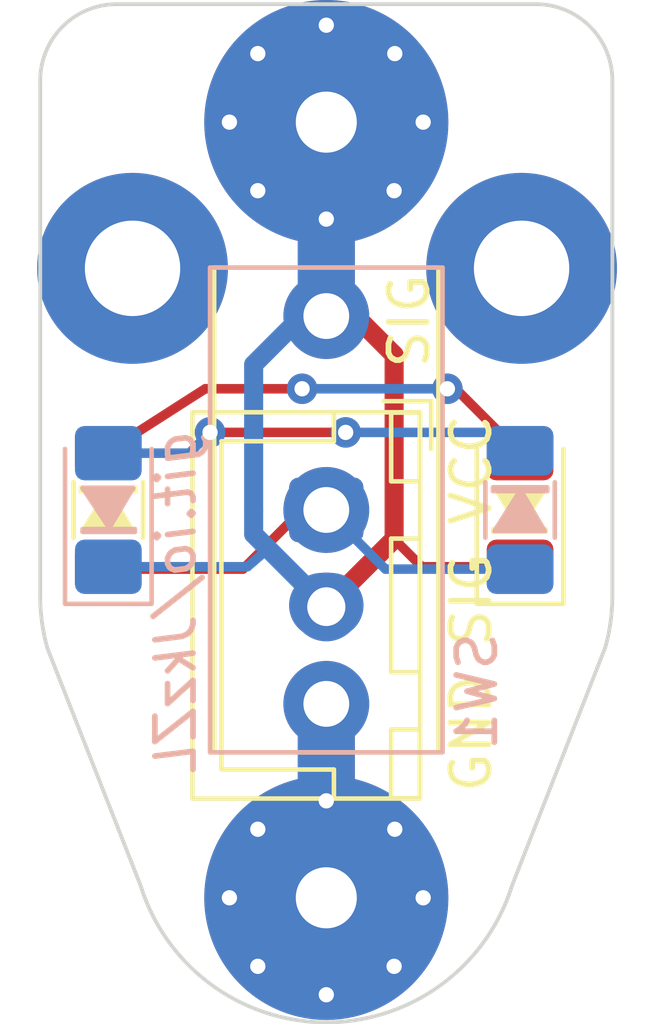
<source format=kicad_pcb>
(kicad_pcb (version 20171130) (host pcbnew "(5.1.7)-1")

  (general
    (thickness 1.6)
    (drawings 36)
    (tracks 66)
    (zones 0)
    (modules 12)
    (nets 6)
  )

  (page A4)
  (layers
    (0 F.Cu signal)
    (31 B.Cu signal)
    (32 B.Adhes user hide)
    (33 F.Adhes user hide)
    (34 B.Paste user)
    (35 F.Paste user hide)
    (36 B.SilkS user)
    (37 F.SilkS user)
    (38 B.Mask user)
    (39 F.Mask user hide)
    (40 Dwgs.User user hide)
    (41 Cmts.User user hide)
    (42 Eco1.User user)
    (43 Eco2.User user)
    (44 Edge.Cuts user)
    (45 Margin user)
    (46 B.CrtYd user)
    (47 F.CrtYd user)
    (48 B.Fab user hide)
    (49 F.Fab user hide)
  )

  (setup
    (last_trace_width 0.25)
    (user_trace_width 0.5)
    (user_trace_width 0.75)
    (user_trace_width 1.5)
    (trace_clearance 0.2)
    (zone_clearance 0.508)
    (zone_45_only no)
    (trace_min 0.2)
    (via_size 0.8)
    (via_drill 0.4)
    (via_min_size 0.4)
    (via_min_drill 0.3)
    (uvia_size 0.3)
    (uvia_drill 0.1)
    (uvias_allowed no)
    (uvia_min_size 0.2)
    (uvia_min_drill 0.1)
    (edge_width 0.05)
    (segment_width 0.2)
    (pcb_text_width 0.3)
    (pcb_text_size 1.5 1.5)
    (mod_edge_width 0.12)
    (mod_text_size 1 1)
    (mod_text_width 0.15)
    (pad_size 5 5)
    (pad_drill 2.5)
    (pad_to_mask_clearance 0)
    (aux_axis_origin 0 0)
    (visible_elements 7EFFEFFF)
    (pcbplotparams
      (layerselection 0x3ffff_ffffffff)
      (usegerberextensions false)
      (usegerberattributes true)
      (usegerberadvancedattributes true)
      (creategerberjobfile true)
      (excludeedgelayer true)
      (linewidth 0.100000)
      (plotframeref false)
      (viasonmask false)
      (mode 1)
      (useauxorigin false)
      (hpglpennumber 1)
      (hpglpenspeed 20)
      (hpglpendiameter 15.000000)
      (psnegative false)
      (psa4output false)
      (plotreference true)
      (plotvalue true)
      (plotinvisibletext false)
      (padsonsilk false)
      (subtractmaskfromsilk false)
      (outputformat 1)
      (mirror false)
      (drillshape 0)
      (scaleselection 1)
      (outputdirectory "gerbers/"))
  )

  (net 0 "")
  (net 1 VCC)
  (net 2 GND)
  (net 3 SIGNAL)
  (net 4 "Net-(D1-Pad2)")
  (net 5 "Net-(D2-Pad2)")

  (net_class Default "This is the default net class."
    (clearance 0.2)
    (trace_width 0.25)
    (via_dia 0.8)
    (via_drill 0.4)
    (uvia_dia 0.3)
    (uvia_drill 0.1)
    (add_net GND)
    (add_net "Net-(D1-Pad2)")
    (add_net "Net-(D2-Pad2)")
    (add_net SIGNAL)
    (add_net VCC)
  )

  (module MountingHole:MountingHole_3.2mm_M3 (layer F.Cu) (tedit 5FC86175) (tstamp 5FBAB277)
    (at -5.08 -6.33)
    (descr "Mounting Hole 3.2mm, no annular, M3")
    (tags "mounting hole 3.2mm no annular m3")
    (attr virtual)
    (fp_text reference M31 (at 0 -4.2) (layer F.SilkS) hide
      (effects (font (size 1 1) (thickness 0.15)))
    )
    (fp_text value MountingHole_3.2mm_M3 (at 0 4.2) (layer F.Fab)
      (effects (font (size 1 1) (thickness 0.15)))
    )
    (fp_circle (center 0 0) (end 3.45 0) (layer F.CrtYd) (width 0.05))
    (fp_circle (center 0 0) (end 3.2 0) (layer Cmts.User) (width 0.15))
    (fp_text user %R (at 0.3 0) (layer F.Fab)
      (effects (font (size 1 1) (thickness 0.15)))
    )
    (pad "" np_thru_hole circle (at 0 0) (size 5 5) (drill 2.5) (layers *.Cu *.Mask))
  )

  (module mag-probe:D2F (layer F.Cu) (tedit 5FB88D0E) (tstamp 5FB7841C)
    (at 0 0 270)
    (path /5FC5A30B)
    (fp_text reference SW1 (at 4.75 -3.95 270) (layer B.SilkS)
      (effects (font (size 1 1) (thickness 0.15)) (justify mirror))
    )
    (fp_text value SW_Push_Open (at -2.54 -1.27 270) (layer F.Fab)
      (effects (font (size 1 1) (thickness 0.15)))
    )
    (fp_line (start -6.35 -2.94) (end -6.35 2.94) (layer F.SilkS) (width 0.12))
    (fp_line (start -6.35 2.94) (end 6.35 2.94) (layer F.SilkS) (width 0.12))
    (fp_line (start 6.35 2.94) (end 6.35 -2.94) (layer F.SilkS) (width 0.12))
    (fp_line (start 6.35 -2.94) (end -6.35 -2.94) (layer F.SilkS) (width 0.12))
    (pad 4 thru_hole circle (at 2.54 0 270) (size 1.8 1.8) (drill 1) (layers *.Cu *.Mask)
      (net 3 SIGNAL))
    (pad 3 thru_hole circle (at 0 0 270) (size 2.25 2.25) (drill 1.2) (layers *.Cu *.Mask)
      (net 1 VCC))
    (pad 2 thru_hole circle (at -5.08 0 270) (size 2.25 2.25) (drill 1.2) (layers *.Cu *.Mask)
      (net 3 SIGNAL))
    (pad 1 thru_hole circle (at 5.08 0 270) (size 2.25 2.25) (drill 1.2) (layers *.Cu *.Mask)
      (net 2 GND))
    (model F:/git/mag-probe/D2F_F_STEP/D2F_F.step
      (offset (xyz 3.24 0 -3.24))
      (scale (xyz 1 1 1))
      (rotate (xyz 90 0 0))
    )
  )

  (module mag-probe:JST-XH (layer F.Cu) (tedit 5FB868AA) (tstamp 5FBB11C0)
    (at 0 0 270)
    (fp_text reference REF** (at 3.81 10.414 90) (layer F.SilkS) hide
      (effects (font (size 1 1) (thickness 0.15)))
    )
    (fp_text value JST-XH (at 2.275 -3.775 90) (layer F.Fab)
      (effects (font (size 1 1) (thickness 0.15)))
    )
    (fp_line (start 7.95 3.9) (end 7.95 -2.85) (layer F.CrtYd) (width 0.05))
    (fp_line (start 0.75 -2.45) (end 0.75 -1.7) (layer F.SilkS) (width 0.12))
    (fp_line (start 0 -1.35) (end 0.625 -2.35) (layer F.Fab) (width 0.1))
    (fp_line (start -2.56 3.51) (end 7.56 3.51) (layer F.SilkS) (width 0.12))
    (fp_line (start -2.95 3.9) (end 7.95 3.9) (layer F.CrtYd) (width 0.05))
    (fp_line (start -2.45 -2.35) (end -2.45 3.4) (layer F.Fab) (width 0.1))
    (fp_line (start -0.625 -2.35) (end 0 -1.35) (layer F.Fab) (width 0.1))
    (fp_line (start 7.95 -2.85) (end -2.95 -2.85) (layer F.CrtYd) (width 0.05))
    (fp_line (start 7.56 3.51) (end 7.56 -2.46) (layer F.SilkS) (width 0.12))
    (fp_line (start -2.95 -2.85) (end -2.95 3.9) (layer F.CrtYd) (width 0.05))
    (fp_line (start 7.45 3.4) (end 7.45 -2.35) (layer F.Fab) (width 0.1))
    (fp_line (start -2.56 -2.46) (end -2.56 3.51) (layer F.SilkS) (width 0.12))
    (fp_line (start -2.45 3.4) (end 7.45 3.4) (layer F.Fab) (width 0.1))
    (fp_line (start 7.56 -2.46) (end -2.56 -2.46) (layer F.SilkS) (width 0.12))
    (fp_line (start 7.45 -2.35) (end -2.45 -2.35) (layer F.Fab) (width 0.1))
    (fp_line (start 4.25 -2.45) (end 0.75 -2.45) (layer F.SilkS) (width 0.12))
    (fp_line (start -2.55 -2.45) (end -2.55 -1.7) (layer F.SilkS) (width 0.12))
    (fp_line (start -2.55 -1.7) (end -0.75 -1.7) (layer F.SilkS) (width 0.12))
    (fp_line (start -0.75 -2.45) (end -2.55 -2.45) (layer F.SilkS) (width 0.12))
    (fp_line (start 7.55 -2.45) (end 5.75 -2.45) (layer F.SilkS) (width 0.12))
    (fp_line (start -2.55 -0.2) (end -1.8 -0.2) (layer F.SilkS) (width 0.12))
    (fp_line (start -1.8 -0.2) (end -1.8 2.75) (layer F.SilkS) (width 0.12))
    (fp_line (start 2.5 2.75) (end -1.725 2.75) (layer F.SilkS) (width 0.12))
    (fp_line (start 6.8 -0.2) (end 6.8 2.75) (layer F.SilkS) (width 0.12))
    (fp_line (start 6.8 2.75) (end 2.5 2.75) (layer F.SilkS) (width 0.12))
    (fp_line (start -1.6 -2.75) (end -2.85 -2.75) (layer F.SilkS) (width 0.12))
    (fp_line (start -2.85 -2.75) (end -2.85 -1.5) (layer F.SilkS) (width 0.12))
    (fp_line (start 0.75 -1.7) (end 4.25 -1.7) (layer F.SilkS) (width 0.12))
    (fp_line (start -0.75 -1.7) (end -0.75 -2.45) (layer F.SilkS) (width 0.12))
    (fp_line (start 4.25 -1.7) (end 4.25 -2.45) (layer F.SilkS) (width 0.12))
    (fp_line (start 5.75 -2.45) (end 5.75 -1.7) (layer F.SilkS) (width 0.12))
    (fp_line (start 5.75 -1.7) (end 7.55 -1.7) (layer F.SilkS) (width 0.12))
    (fp_line (start 7.55 -1.7) (end 7.55 -2.45) (layer F.SilkS) (width 0.12))
    (fp_line (start 7.55 -0.2) (end 6.8 -0.2) (layer F.SilkS) (width 0.12))
    (pad 3 thru_hole oval (at 5 0 270) (size 1.7 1.95) (drill 0.95) (layers *.Cu *.Mask)
      (net 2 GND))
    (pad 1 thru_hole roundrect (at 0 0 270) (size 1.7 1.95) (drill 0.95) (layers *.Cu *.Mask) (roundrect_rratio 0.1470588235294118))
    (pad 2 thru_hole oval (at 2.5 0 270) (size 1.7 1.95) (drill 0.95) (layers *.Cu *.Mask)
      (net 3 SIGNAL))
    (model F:/git/PROBE-BOARD/CAD/JST-B3B-XH-A.step
      (offset (xyz 2.5 -0.5 0))
      (scale (xyz 1 1 1))
      (rotate (xyz 0 0 0))
    )
  )

  (module mag-probe:LED_1206_3216Metric_Pad1.42x1.75mm_HandSolder (layer B.Cu) (tedit 5FBCB3F2) (tstamp 5FB86127)
    (at -5.715 0 90)
    (descr "LED SMD 1206 (3216 Metric), square (rectangular) end terminal, IPC_7351 nominal, (Body size source: http://www.tortai-tech.com/upload/download/2011102023233369053.pdf), generated with kicad-footprint-generator")
    (tags "LED handsolder")
    (path /5FBB7662)
    (attr smd)
    (fp_text reference D2 (at -0.6715 1.905 90) (layer B.SilkS) hide
      (effects (font (size 1 1) (thickness 0.15)) (justify mirror))
    )
    (fp_text value LED_Small (at 0 -1.65 90) (layer B.Fab)
      (effects (font (size 1 1) (thickness 0.15)) (justify mirror))
    )
    (fp_line (start -0.575 0.7) (end -0.575 -0.675) (layer B.SilkS) (width 0.12))
    (fp_poly (pts (xy 0.575 0.4) (xy 0.575 -0.675) (xy -0.425 0.05) (xy 0.575 0.625)) (layer B.SilkS) (width 0.1))
    (fp_line (start -0.5 0.7) (end -0.5 -0.675) (layer B.SilkS) (width 0.12))
    (fp_line (start -0.475 0.025) (end 0.575 0.65) (layer B.SilkS) (width 0.12))
    (fp_line (start 0.575 -0.675) (end -0.475 0.025) (layer B.SilkS) (width 0.12))
    (fp_line (start 0.575 -0.65) (end 0.575 -0.675) (layer B.SilkS) (width 0.12))
    (fp_line (start 0.575 0.65) (end 0.575 -0.65) (layer B.SilkS) (width 0.12))
    (fp_line (start 1.6 0.8) (end -1.2 0.8) (layer B.Fab) (width 0.1))
    (fp_line (start -1.2 0.8) (end -1.6 0.4) (layer B.Fab) (width 0.1))
    (fp_line (start -1.6 0.4) (end -1.6 -0.8) (layer B.Fab) (width 0.1))
    (fp_line (start -1.6 -0.8) (end 1.6 -0.8) (layer B.Fab) (width 0.1))
    (fp_line (start 1.6 -0.8) (end 1.6 0.8) (layer B.Fab) (width 0.1))
    (fp_line (start 1.6 1.135) (end -2.46 1.135) (layer B.SilkS) (width 0.12))
    (fp_line (start -2.46 1.135) (end -2.46 -1.135) (layer B.SilkS) (width 0.12))
    (fp_line (start -2.46 -1.135) (end 1.6 -1.135) (layer B.SilkS) (width 0.12))
    (fp_line (start -2.45 -1.12) (end -2.45 1.12) (layer B.CrtYd) (width 0.05))
    (fp_line (start -2.45 1.12) (end 2.45 1.12) (layer B.CrtYd) (width 0.05))
    (fp_line (start 2.45 1.12) (end 2.45 -1.12) (layer B.CrtYd) (width 0.05))
    (fp_line (start 2.45 -1.12) (end -2.45 -1.12) (layer B.CrtYd) (width 0.05))
    (fp_text user %R (at 0 0 90) (layer B.Fab)
      (effects (font (size 0.5 0.5) (thickness 0.08)) (justify mirror))
    )
    (pad 2 smd roundrect (at 1.4875 0 90) (size 1.425 1.75) (layers B.Cu B.Paste B.Mask) (roundrect_rratio 0.1754385964912281)
      (net 5 "Net-(D2-Pad2)"))
    (pad 1 smd roundrect (at -1.4875 0 90) (size 1.425 1.75) (layers B.Cu B.Paste B.Mask) (roundrect_rratio 0.1754385964912281)
      (net 3 SIGNAL))
    (model ${KISYS3DMOD}/LED_SMD.3dshapes/LED_1206_3216Metric.wrl
      (at (xyz 0 0 0))
      (scale (xyz 1 1 1))
      (rotate (xyz 0 0 0))
    )
  )

  (module mag-probe:LED_1206_3216Metric_Pad1.42x1.75mm_HandSolder (layer F.Cu) (tedit 5FBCB3F2) (tstamp 5FB860F1)
    (at 5.08 0 90)
    (descr "LED SMD 1206 (3216 Metric), square (rectangular) end terminal, IPC_7351 nominal, (Body size source: http://www.tortai-tech.com/upload/download/2011102023233369053.pdf), generated with kicad-footprint-generator")
    (tags "LED handsolder")
    (path /5FC4D33F)
    (attr smd)
    (fp_text reference D1 (at -3.2755 0.0595) (layer F.SilkS) hide
      (effects (font (size 1 1) (thickness 0.15)))
    )
    (fp_text value LED_Small (at 0 1.65 90) (layer F.Fab)
      (effects (font (size 1 1) (thickness 0.15)))
    )
    (fp_line (start -0.575 -0.7) (end -0.575 0.675) (layer F.SilkS) (width 0.12))
    (fp_poly (pts (xy 0.575 -0.4) (xy 0.575 0.675) (xy -0.425 -0.05) (xy 0.575 -0.625)) (layer F.SilkS) (width 0.1))
    (fp_line (start -0.5 -0.7) (end -0.5 0.675) (layer F.SilkS) (width 0.12))
    (fp_line (start -0.475 -0.025) (end 0.575 -0.65) (layer F.SilkS) (width 0.12))
    (fp_line (start 0.575 0.675) (end -0.475 -0.025) (layer F.SilkS) (width 0.12))
    (fp_line (start 0.575 0.65) (end 0.575 0.675) (layer F.SilkS) (width 0.12))
    (fp_line (start 0.575 -0.65) (end 0.575 0.65) (layer F.SilkS) (width 0.12))
    (fp_line (start 1.6 -0.8) (end -1.2 -0.8) (layer F.Fab) (width 0.1))
    (fp_line (start -1.2 -0.8) (end -1.6 -0.4) (layer F.Fab) (width 0.1))
    (fp_line (start -1.6 -0.4) (end -1.6 0.8) (layer F.Fab) (width 0.1))
    (fp_line (start -1.6 0.8) (end 1.6 0.8) (layer F.Fab) (width 0.1))
    (fp_line (start 1.6 0.8) (end 1.6 -0.8) (layer F.Fab) (width 0.1))
    (fp_line (start 1.6 -1.135) (end -2.46 -1.135) (layer F.SilkS) (width 0.12))
    (fp_line (start -2.46 -1.135) (end -2.46 1.135) (layer F.SilkS) (width 0.12))
    (fp_line (start -2.46 1.135) (end 1.6 1.135) (layer F.SilkS) (width 0.12))
    (fp_line (start -2.45 1.12) (end -2.45 -1.12) (layer F.CrtYd) (width 0.05))
    (fp_line (start -2.45 -1.12) (end 2.45 -1.12) (layer F.CrtYd) (width 0.05))
    (fp_line (start 2.45 -1.12) (end 2.45 1.12) (layer F.CrtYd) (width 0.05))
    (fp_line (start 2.45 1.12) (end -2.45 1.12) (layer F.CrtYd) (width 0.05))
    (fp_text user %R (at 0 0 90) (layer F.Fab)
      (effects (font (size 0.5 0.5) (thickness 0.08)))
    )
    (pad 2 smd roundrect (at 1.4875 0 90) (size 1.425 1.75) (layers F.Cu F.Paste F.Mask) (roundrect_rratio 0.1754385964912281)
      (net 4 "Net-(D1-Pad2)"))
    (pad 1 smd roundrect (at -1.4875 0 90) (size 1.425 1.75) (layers F.Cu F.Paste F.Mask) (roundrect_rratio 0.1754385964912281)
      (net 3 SIGNAL))
    (model ${KISYS3DMOD}/LED_SMD.3dshapes/LED_1206_3216Metric.wrl
      (at (xyz 0 0 0))
      (scale (xyz 1 1 1))
      (rotate (xyz 0 0 0))
    )
  )

  (module mag-probe:M3Heatsrt (layer F.Cu) (tedit 5FBAB47A) (tstamp 5FBB10C4)
    (at -5.08 -6.33)
    (fp_text reference MeHtSrt1 (at 9.95 0.05) (layer Dwgs.User) hide
      (effects (font (size 1 1) (thickness 0.15)))
    )
    (fp_text value M3Heatsrt (at 0 -2.55) (layer F.Fab)
      (effects (font (size 1 1) (thickness 0.15)))
    )
    (fp_circle (center 0 0) (end 1.6 0) (layer Dwgs.User) (width 0.05))
    (model "F:/git/PROBE-BOARD/CAD/94459A130_BRASS HEAT-SET INSERT FOR PLASTIC.STEP"
      (offset (xyz 0 0 4.25))
      (scale (xyz 1 1 1))
      (rotate (xyz 90 0 0))
    )
    (model "F:/git/PROBE-BOARD/CAD/97763A811_BLACK-OXIDE 18-8 SS BUTTON-HEAD CAP SCREW.STEP"
      (offset (xyz 0 0 -3.5))
      (scale (xyz 1 1 1))
      (rotate (xyz 180 0 0))
    )
  )

  (module mag-probe:M3Heatsrt (layer F.Cu) (tedit 5FBAB47A) (tstamp 5FBB10AF)
    (at 5.08 -6.33)
    (fp_text reference ME2 (at 0.05 0.1) (layer Dwgs.User) hide
      (effects (font (size 1 1) (thickness 0.15)))
    )
    (fp_text value M3Heatsrt (at 0 -2.55) (layer F.Fab)
      (effects (font (size 1 1) (thickness 0.15)))
    )
    (fp_circle (center 0 0) (end 1.6 0) (layer Dwgs.User) (width 0.05))
    (model "F:/git/PROBE-BOARD/CAD/94459A130_BRASS HEAT-SET INSERT FOR PLASTIC.STEP"
      (offset (xyz 0 0 4.25))
      (scale (xyz 1 1 1))
      (rotate (xyz 90 0 0))
    )
    (model "F:/git/PROBE-BOARD/CAD/97763A811_BLACK-OXIDE 18-8 SS BUTTON-HEAD CAP SCREW.STEP"
      (offset (xyz 0 0 -3.5))
      (scale (xyz 1 1 1))
      (rotate (xyz 180 0 0))
    )
  )

  (module Resistor_SMD:R_1206_3216Metric_Pad1.30x1.75mm_HandSolder (layer F.Cu) (tedit 5F68FEEE) (tstamp 5FB8615B)
    (at -5.715 0 90)
    (descr "Resistor SMD 1206 (3216 Metric), square (rectangular) end terminal, IPC_7351 nominal with elongated pad for handsoldering. (Body size source: IPC-SM-782 page 72, https://www.pcb-3d.com/wordpress/wp-content/uploads/ipc-sm-782a_amendment_1_and_2.pdf), generated with kicad-footprint-generator")
    (tags "resistor handsolder")
    (path /5FC4D339)
    (attr smd)
    (fp_text reference R1 (at -0.325 1.916 270) (layer F.SilkS) hide
      (effects (font (size 1 1) (thickness 0.15)))
    )
    (fp_text value 1k (at 0 1.82 90) (layer F.Fab)
      (effects (font (size 1 1) (thickness 0.15)))
    )
    (fp_line (start -1.6 0.8) (end -1.6 -0.8) (layer F.Fab) (width 0.1))
    (fp_line (start -1.6 -0.8) (end 1.6 -0.8) (layer F.Fab) (width 0.1))
    (fp_line (start 1.6 -0.8) (end 1.6 0.8) (layer F.Fab) (width 0.1))
    (fp_line (start 1.6 0.8) (end -1.6 0.8) (layer F.Fab) (width 0.1))
    (fp_line (start -0.727064 -0.91) (end 0.727064 -0.91) (layer F.SilkS) (width 0.12))
    (fp_line (start -0.727064 0.91) (end 0.727064 0.91) (layer F.SilkS) (width 0.12))
    (fp_line (start -2.45 1.12) (end -2.45 -1.12) (layer F.CrtYd) (width 0.05))
    (fp_line (start -2.45 -1.12) (end 2.45 -1.12) (layer F.CrtYd) (width 0.05))
    (fp_line (start 2.45 -1.12) (end 2.45 1.12) (layer F.CrtYd) (width 0.05))
    (fp_line (start 2.45 1.12) (end -2.45 1.12) (layer F.CrtYd) (width 0.05))
    (fp_text user %R (at 0 0 90) (layer F.Fab)
      (effects (font (size 0.8 0.8) (thickness 0.12)))
    )
    (pad 2 smd roundrect (at 1.55 0 90) (size 1.3 1.75) (layers F.Cu F.Paste F.Mask) (roundrect_rratio 0.1923069230769231)
      (net 4 "Net-(D1-Pad2)"))
    (pad 1 smd roundrect (at -1.55 0 90) (size 1.3 1.75) (layers F.Cu F.Paste F.Mask) (roundrect_rratio 0.1923069230769231)
      (net 1 VCC))
    (model ${KISYS3DMOD}/Resistor_SMD.3dshapes/R_1206_3216Metric.wrl
      (at (xyz 0 0 0))
      (scale (xyz 1 1 1))
      (rotate (xyz 0 0 0))
    )
  )

  (module Resistor_SMD:R_1206_3216Metric_Pad1.30x1.75mm_HandSolder (layer B.Cu) (tedit 5F68FEEE) (tstamp 5FB860BF)
    (at 5.08 0 90)
    (descr "Resistor SMD 1206 (3216 Metric), square (rectangular) end terminal, IPC_7351 nominal with elongated pad for handsoldering. (Body size source: IPC-SM-782 page 72, https://www.pcb-3d.com/wordpress/wp-content/uploads/ipc-sm-782a_amendment_1_and_2.pdf), generated with kicad-footprint-generator")
    (tags "resistor handsolder")
    (path /5FBB765C)
    (attr smd)
    (fp_text reference R2 (at -0.534 -1.905 90) (layer B.SilkS) hide
      (effects (font (size 1 1) (thickness 0.15)) (justify mirror))
    )
    (fp_text value 1k (at 0 -1.43 90) (layer B.Fab)
      (effects (font (size 1 1) (thickness 0.15)) (justify mirror))
    )
    (fp_line (start -1.6 -0.8) (end -1.6 0.8) (layer B.Fab) (width 0.1))
    (fp_line (start -1.6 0.8) (end 1.6 0.8) (layer B.Fab) (width 0.1))
    (fp_line (start 1.6 0.8) (end 1.6 -0.8) (layer B.Fab) (width 0.1))
    (fp_line (start 1.6 -0.8) (end -1.6 -0.8) (layer B.Fab) (width 0.1))
    (fp_line (start -0.727064 0.91) (end 0.727064 0.91) (layer B.SilkS) (width 0.12))
    (fp_line (start -0.727064 -0.91) (end 0.727064 -0.91) (layer B.SilkS) (width 0.12))
    (fp_line (start -2.45 -1.12) (end -2.45 1.12) (layer B.CrtYd) (width 0.05))
    (fp_line (start -2.45 1.12) (end 2.45 1.12) (layer B.CrtYd) (width 0.05))
    (fp_line (start 2.45 1.12) (end 2.45 -1.12) (layer B.CrtYd) (width 0.05))
    (fp_line (start 2.45 -1.12) (end -2.45 -1.12) (layer B.CrtYd) (width 0.05))
    (fp_text user %R (at 0 0 90) (layer B.Fab)
      (effects (font (size 0.4 0.4) (thickness 0.06)) (justify mirror))
    )
    (pad 2 smd roundrect (at 1.55 0 90) (size 1.3 1.75) (layers B.Cu B.Paste B.Mask) (roundrect_rratio 0.1923069230769231)
      (net 5 "Net-(D2-Pad2)"))
    (pad 1 smd roundrect (at -1.55 0 90) (size 1.3 1.75) (layers B.Cu B.Paste B.Mask) (roundrect_rratio 0.1923069230769231)
      (net 1 VCC))
    (model ${KISYS3DMOD}/Resistor_SMD.3dshapes/R_1206_3216Metric.wrl
      (at (xyz 0 0 0))
      (scale (xyz 1 1 1))
      (rotate (xyz 0 0 0))
    )
  )

  (module MountingHole:MountingHole_3.2mm_M3 (layer F.Cu) (tedit 5FC8616B) (tstamp 5FB8CA4C)
    (at 5.08 -6.33)
    (descr "Mounting Hole 3.2mm, no annular, M3")
    (tags "mounting hole 3.2mm no annular m3")
    (attr virtual)
    (fp_text reference REF** (at 0 -4.2) (layer F.SilkS) hide
      (effects (font (size 1 1) (thickness 0.15)))
    )
    (fp_text value MountingHole_3.2mm_M3 (at 0 4.2) (layer F.Fab)
      (effects (font (size 1 1) (thickness 0.15)))
    )
    (fp_circle (center 0 0) (end 3.45 0) (layer F.CrtYd) (width 0.05))
    (fp_circle (center 0 0) (end 3.2 0) (layer Cmts.User) (width 0.15))
    (fp_text user %R (at 0.3 0) (layer F.Fab)
      (effects (font (size 1 1) (thickness 0.15)))
    )
    (pad "" np_thru_hole circle (at 0.04 0) (size 5 5) (drill 2.5) (layers *.Cu *.Mask))
  )

  (module mag-probe:MagPad (layer F.Cu) (tedit 5FBD717D) (tstamp 5FB7716B)
    (at 0 10.16)
    (path /5FB9D8C4)
    (fp_text reference MAG2 (at 3.81 -0.635 90) (layer F.SilkS) hide
      (effects (font (size 1 1) (thickness 0.15)))
    )
    (fp_text value Conn_01x01 (at 0 -0.5) (layer F.Fab)
      (effects (font (size 1 1) (thickness 0.15)))
    )
    (pad 1 thru_hole circle (at 0 0) (size 6.4 6.4) (drill 1.6) (layers *.Cu *.Mask)
      (net 2 GND))
    (model F:/git/mag-probe/mag.pretty.stp
      (at (xyz 0 0 0))
      (scale (xyz 1 1 1))
      (rotate (xyz 0 0 0))
    )
  )

  (module mag-probe:MagPad (layer F.Cu) (tedit 5FBD7165) (tstamp 5FB8D866)
    (at 0 -10.16)
    (path /5FB9D22E)
    (fp_text reference MAG1 (at 4.064 -1.905 90) (layer F.SilkS) hide
      (effects (font (size 1 1) (thickness 0.15)))
    )
    (fp_text value Conn_01x01 (at 0 -0.5) (layer F.Fab)
      (effects (font (size 1 1) (thickness 0.15)))
    )
    (pad 1 thru_hole circle (at 0 0) (size 6.4 6.4) (drill 1.6) (layers *.Cu *.Mask)
      (net 3 SIGNAL))
    (model F:/git/mag-probe/mag.pretty.stp
      (at (xyz 0 0 0))
      (scale (xyz 1 1 1))
      (rotate (xyz 0 0 0))
    )
  )

  (gr_line (start 2.54 -7.62) (end 2.54 -12.7) (layer Dwgs.User) (width 0.15) (tstamp 5FBDC67A))
  (gr_line (start -2.54 -12.7) (end 2.54 -7.62) (layer Dwgs.User) (width 0.15))
  (gr_line (start -2.54 -7.62) (end -2.54 -12.7) (layer Dwgs.User) (width 0.15))
  (gr_line (start 2.54 -12.7) (end -2.54 -7.62) (layer Dwgs.User) (width 0.15))
  (gr_circle (center 0 -10.16) (end 2.54 -10.16) (layer Dwgs.User) (width 0.15))
  (gr_line (start -6.435 -0.49) (end -6.435 -0.59) (layer F.SilkS) (width 0.12) (tstamp 5FBD90A3))
  (gr_line (start -5.01 -0.49) (end -6.435 -0.49) (layer F.SilkS) (width 0.12) (tstamp 5FBD90A2))
  (gr_poly (pts (xy -5.06 0.56) (xy -6.41 0.56) (xy -5.71 -0.54)) (layer F.SilkS) (width 0.1) (tstamp 5FBD90A1))
  (gr_line (start -6.435 -0.59) (end -5.01 -0.59) (layer F.SilkS) (width 0.12) (tstamp 5FBD90A0))
  (gr_line (start -5.01 -0.59) (end -5.01 -0.49) (layer F.SilkS) (width 0.12) (tstamp 5FBD909F))
  (gr_poly (pts (xy 5.743 0.556) (xy 4.393 0.556) (xy 5.093 -0.544)) (layer B.SilkS) (width 0.1))
  (gr_line (start 4.368 -0.494) (end 4.368 -0.594) (layer B.SilkS) (width 0.12) (tstamp 5FBD905C))
  (gr_line (start 5.793 -0.494) (end 4.368 -0.494) (layer B.SilkS) (width 0.12))
  (gr_line (start 5.793 -0.594) (end 5.793 -0.494) (layer B.SilkS) (width 0.12))
  (gr_line (start 4.368 -0.594) (end 5.793 -0.594) (layer B.SilkS) (width 0.12))
  (gr_line (start 7.5 2.248852) (end 7.5 -11.250399) (layer Edge.Cuts) (width 0.1))
  (gr_line (start -2.93 6.34) (end -2.92 -6.37) (layer B.CrtYd) (width 0.05))
  (gr_line (start 2.94 6.34) (end -2.93 6.34) (layer B.CrtYd) (width 0.05))
  (gr_line (start 2.94 -6.34) (end 2.94 6.34) (layer B.CrtYd) (width 0.05))
  (gr_line (start -2.94 -6.37) (end 2.94 -6.34) (layer B.CrtYd) (width 0.05))
  (gr_arc (start 2.499999 2.248852) (end 7.312157 3.606476) (angle -15.75501346) (layer Edge.Cuts) (width 0.1))
  (gr_arc (start -5.499999 -11.250399) (end -5.499999 -13.250399) (angle -90) (layer Edge.Cuts) (width 0.1))
  (gr_arc (start -2.490343 2.261877) (end -7.5 2.248852) (angle -15.90398022) (layer Edge.Cuts) (width 0.1) (tstamp 5FB860A4))
  (gr_line (start -7.5 2.248852) (end -7.499999 -11.250399) (layer Edge.Cuts) (width 0.1))
  (gr_arc (start 5.5 -11.250399) (end 7.5 -11.250399) (angle -90) (layer Edge.Cuts) (width 0.1))
  (gr_line (start 5.5 -13.250399) (end -5.499999 -13.250399) (layer Edge.Cuts) (width 0.1))
  (gr_line (start 7.312157 3.606476) (end 4.86569 9.850488) (layer Edge.Cuts) (width 0.1))
  (gr_line (start -7.311811 3.622127) (end -4.86569 9.850487) (layer Edge.Cuts) (width 0.1))
  (gr_arc (start 0 8.3224) (end -4.86569 9.850487) (angle -145.1298326) (layer Edge.Cuts) (width 0.1))
  (gr_text git.io/JkzZL (at -3.95 2.4 90) (layer B.SilkS)
    (effects (font (size 1 1) (thickness 0.15) italic) (justify mirror))
  )
  (gr_text SIG (at 2.175 -4.95 90) (layer F.SilkS)
    (effects (font (size 1 1) (thickness 0.15)))
  )
  (gr_text "GND SIG VCC" (at 3.8 2.45 90) (layer F.SilkS)
    (effects (font (size 1 1) (thickness 0.15)))
  )
  (gr_line (start -3.048 6.35) (end -3.048 -6.35) (layer B.SilkS) (width 0.12) (tstamp 5FB7A204))
  (gr_line (start 3.048 6.35) (end -3.048 6.35) (layer B.SilkS) (width 0.12))
  (gr_line (start 3.048 -6.35) (end 3.048 6.35) (layer B.SilkS) (width 0.12))
  (gr_line (start -3.048 -6.35) (end 3.048 -6.35) (layer B.SilkS) (width 0.12))

  (segment (start 0 -0.254) (end 0 0) (width 0.5) (layer B.Cu) (net 1))
  (segment (start 0 0) (end -0.087 0) (width 0.5) (layer F.Cu) (net 1))
  (segment (start 0 0) (end -0.635 0) (width 0.25) (layer F.Cu) (net 1))
  (segment (start -2.185 1.55) (end -5.715 1.55) (width 0.25) (layer F.Cu) (net 1))
  (segment (start -0.635 0) (end -2.185 1.55) (width 0.25) (layer F.Cu) (net 1))
  (segment (start 1.55 1.55) (end 0 0) (width 0.25) (layer B.Cu) (net 1))
  (segment (start 5.08 1.55) (end 1.55 1.55) (width 0.25) (layer B.Cu) (net 1))
  (segment (start 0 10.75) (end 0 5.08) (width 1.5) (layer B.Cu) (net 2) (status 30))
  (segment (start 0 5.08) (end 0 10.75) (width 1.5) (layer F.Cu) (net 2) (status 30))
  (via (at 0 7.62) (size 0.8) (drill 0.4) (layers F.Cu B.Cu) (net 2))
  (via (at 0 12.7) (size 0.8) (drill 0.4) (layers F.Cu B.Cu) (net 2) (tstamp 5FBDC7B8))
  (via (at -1.7958 8.3642) (size 0.8) (drill 0.4) (layers F.Cu B.Cu) (net 2) (tstamp 5FBDC7B9))
  (via (at 2.54 10.16) (size 0.8) (drill 0.4) (layers F.Cu B.Cu) (net 2) (tstamp 5FBDC7BA))
  (via (at -1.7958 11.9557) (size 0.8) (drill 0.4) (layers F.Cu B.Cu) (net 2) (tstamp 5FBDC7BB))
  (via (at 1.778 11.9558) (size 0.8) (drill 0.4) (layers F.Cu B.Cu) (net 2) (tstamp 5FBDC7BC))
  (via (at -2.54 10.16) (size 0.8) (drill 0.4) (layers F.Cu B.Cu) (net 2) (tstamp 5FBDC7BD))
  (via (at 1.7958 8.3642) (size 0.8) (drill 0.4) (layers F.Cu B.Cu) (net 2) (tstamp 5FBDC7BE))
  (via (at 0 -12.7) (size 0.8) (drill 0.4) (layers F.Cu B.Cu) (net 3))
  (via (at 2.54 -10.16) (size 0.8) (drill 0.4) (layers F.Cu B.Cu) (net 3))
  (via (at -2.54 -10.16) (size 0.8) (drill 0.4) (layers F.Cu B.Cu) (net 3))
  (via (at -1.7958 -11.9558) (size 0.8) (drill 0.4) (layers F.Cu B.Cu) (net 3))
  (via (at 1.7958 -11.9558) (size 0.8) (drill 0.4) (layers F.Cu B.Cu) (net 3))
  (via (at 1.778 -8.3642) (size 0.8) (drill 0.4) (layers F.Cu B.Cu) (net 3))
  (via (at -1.7958 -8.3643) (size 0.8) (drill 0.4) (layers F.Cu B.Cu) (net 3))
  (via (at 0 -7.62) (size 0.8) (drill 0.4) (layers F.Cu B.Cu) (net 3))
  (segment (start 0 -10.75) (end -1.188 -10.75) (width 0.5) (layer B.Cu) (net 3) (status 30))
  (segment (start 0 -10.75) (end 0 -5.08) (width 1.5) (layer B.Cu) (net 3) (status 30))
  (segment (start -0.508 -4.572) (end 0 -5.08) (width 0.5) (layer B.Cu) (net 3) (status 30))
  (segment (start 0 -10.75) (end 0 -5.08) (width 1.5) (layer F.Cu) (net 3) (status 30))
  (segment (start -0.254 2.54) (end 0 2.54) (width 0.5) (layer B.Cu) (net 3))
  (segment (start 0 -5.08) (end 0 -4.318) (width 0.5) (layer F.Cu) (net 3))
  (segment (start 0 2.54) (end 0 2.5895) (width 0.5) (layer F.Cu) (net 3))
  (segment (start -0.54 2.54) (end 0 2.54) (width 0.5) (layer B.Cu) (net 3))
  (segment (start -0.129 2.54) (end 0 2.54) (width 0.25) (layer B.Cu) (net 3))
  (segment (start 0 -5.08) (end 0.762 -5.08) (width 0.5) (layer F.Cu) (net 3) (status 30))
  (segment (start -0.508 -4.572) (end 0 -5.08) (width 0.5) (layer F.Cu) (net 3) (status 30))
  (segment (start 0 -5.08) (end -0.635 -5.08) (width 0.5) (layer B.Cu) (net 3))
  (segment (start -0.635 -5.08) (end -1.905 -3.81) (width 0.5) (layer B.Cu) (net 3))
  (segment (start 0.762 -5.08) (end 1.778 -4.064) (width 0.5) (layer F.Cu) (net 3))
  (segment (start 1.778 0.762) (end 0 2.54) (width 0.5) (layer F.Cu) (net 3))
  (segment (start 1.778 0) (end 1.778 0.762) (width 0.5) (layer F.Cu) (net 3))
  (segment (start 1.778 -4.064) (end 1.778 0) (width 0.5) (layer F.Cu) (net 3))
  (segment (start -1.905 0) (end -1.905 0.635) (width 0.5) (layer B.Cu) (net 3))
  (segment (start -1.905 -3.81) (end -1.905 0) (width 0.5) (layer B.Cu) (net 3))
  (segment (start 2.5035 1.4875) (end 1.778 0.762) (width 0.25) (layer F.Cu) (net 3))
  (segment (start 5.08 1.4875) (end 2.5035 1.4875) (width 0.25) (layer F.Cu) (net 3))
  (segment (start -1.905 0.635) (end -1.524 1.016) (width 0.5) (layer B.Cu) (net 3))
  (segment (start -1.524 1.016) (end 0 2.54) (width 0.5) (layer B.Cu) (net 3))
  (segment (start -2.0685 1.4875) (end -5.715 1.4875) (width 0.25) (layer B.Cu) (net 3))
  (segment (start -2.06 1.48) (end -2.0685 1.4875) (width 0.25) (layer B.Cu) (net 3))
  (segment (start -1.524 1.016) (end -2.06 1.48) (width 0.25) (layer B.Cu) (net 3))
  (via (at 3.175 -3.175) (size 0.8) (drill 0.4) (layers F.Cu B.Cu) (net 4))
  (segment (start -0.635 -3.175) (end -0.635 -3.175) (width 0.25) (layer F.Cu) (net 4) (tstamp 5FC866BB))
  (via (at -0.635 -3.175) (size 0.8) (drill 0.4) (layers F.Cu B.Cu) (net 4))
  (segment (start -0.635 -3.175) (end 3.175 -3.175) (width 0.25) (layer B.Cu) (net 4))
  (segment (start 3.3925 -3.175) (end 5.08 -1.4875) (width 0.25) (layer F.Cu) (net 4))
  (segment (start 3.175 -3.175) (end 3.3925 -3.175) (width 0.25) (layer F.Cu) (net 4))
  (segment (start -3.175 -3.175) (end -0.635 -3.175) (width 0.25) (layer F.Cu) (net 4))
  (segment (start -5.715 -1.55) (end -3.175 -3.175) (width 0.25) (layer F.Cu) (net 4))
  (via (at -3.048 -2.032) (size 0.8) (drill 0.4) (layers F.Cu B.Cu) (net 5))
  (via (at 0.508 -2.032) (size 0.8) (drill 0.4) (layers F.Cu B.Cu) (net 5))
  (segment (start -3.5925 -1.4875) (end -3.048 -2.032) (width 0.25) (layer B.Cu) (net 5))
  (segment (start -5.715 -1.4875) (end -3.5925 -1.4875) (width 0.25) (layer B.Cu) (net 5))
  (segment (start 4.598 -2.032) (end 5.08 -1.55) (width 0.25) (layer B.Cu) (net 5))
  (segment (start 0.508 -2.032) (end 4.598 -2.032) (width 0.25) (layer B.Cu) (net 5))
  (segment (start -3.048 -2.032) (end 0.508 -2.032) (width 0.25) (layer F.Cu) (net 5))

)

</source>
